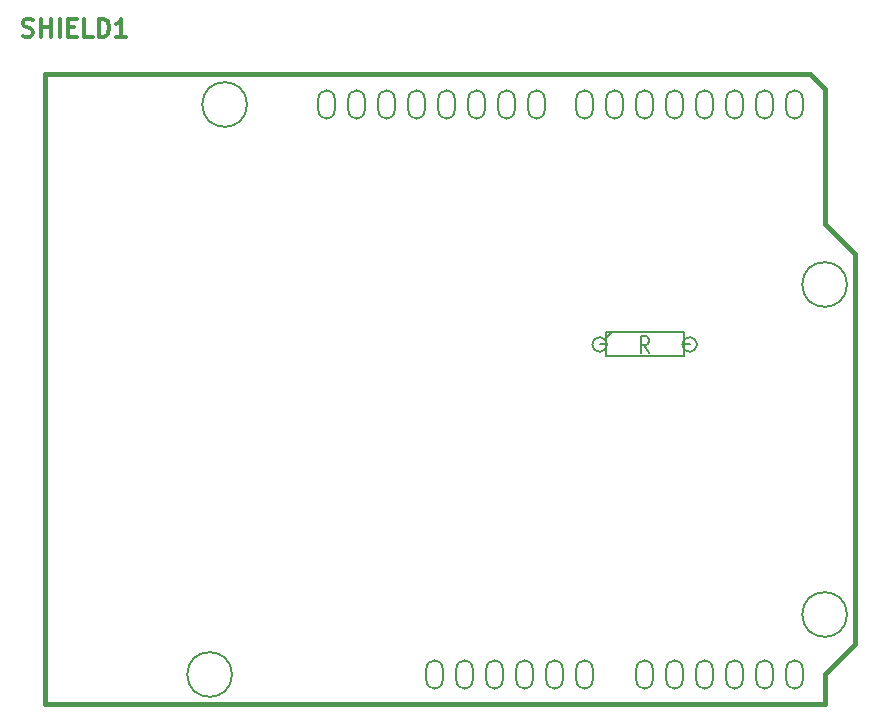
<source format=gto>
G04 (created by PCBNEW (2013-may-18)-stable) date sam. 15 mars 2014 03:05:03 CET*
%MOIN*%
G04 Gerber Fmt 3.4, Leading zero omitted, Abs format*
%FSLAX34Y34*%
G01*
G70*
G90*
G04 APERTURE LIST*
%ADD10C,0.00590551*%
%ADD11C,0.015*%
%ADD12C,0.008*%
%ADD13C,0.012*%
G04 APERTURE END LIST*
G54D10*
G54D11*
X85000Y-58500D02*
X85000Y-54000D01*
X85000Y-54000D02*
X84500Y-53500D01*
X84500Y-53500D02*
X59000Y-53500D01*
X85000Y-74500D02*
X59000Y-74500D01*
X59000Y-74500D02*
X59000Y-53500D01*
X85000Y-58500D02*
X86000Y-59500D01*
X86000Y-59500D02*
X86000Y-72500D01*
X86000Y-72500D02*
X85000Y-73500D01*
X85000Y-73500D02*
X85000Y-74500D01*
G54D12*
X77500Y-62500D02*
X77700Y-62500D01*
X80500Y-62500D02*
X80300Y-62500D01*
X80300Y-62500D02*
X80300Y-62100D01*
X80300Y-62100D02*
X77700Y-62100D01*
X77700Y-62100D02*
X77700Y-62900D01*
X77700Y-62900D02*
X80300Y-62900D01*
X80300Y-62900D02*
X80300Y-62500D01*
X77700Y-62300D02*
X77900Y-62100D01*
G54D10*
X84270Y-73700D02*
X84270Y-73300D01*
X83729Y-73700D02*
X83729Y-73300D01*
X84270Y-73300D02*
G75*
G03X83729Y-73300I-270J0D01*
G74*
G01*
X83729Y-73700D02*
G75*
G03X84270Y-73700I270J0D01*
G74*
G01*
X83270Y-73700D02*
X83270Y-73300D01*
X82729Y-73700D02*
X82729Y-73300D01*
X83270Y-73300D02*
G75*
G03X82729Y-73300I-270J0D01*
G74*
G01*
X82729Y-73700D02*
G75*
G03X83270Y-73700I270J0D01*
G74*
G01*
X82270Y-73700D02*
X82270Y-73300D01*
X81729Y-73700D02*
X81729Y-73300D01*
X82270Y-73300D02*
G75*
G03X81729Y-73300I-270J0D01*
G74*
G01*
X81729Y-73700D02*
G75*
G03X82270Y-73700I270J0D01*
G74*
G01*
X79270Y-73700D02*
X79270Y-73300D01*
X78729Y-73700D02*
X78729Y-73300D01*
X79270Y-73300D02*
G75*
G03X78729Y-73300I-270J0D01*
G74*
G01*
X78729Y-73700D02*
G75*
G03X79270Y-73700I270J0D01*
G74*
G01*
X80270Y-73700D02*
X80270Y-73300D01*
X79729Y-73700D02*
X79729Y-73300D01*
X80270Y-73300D02*
G75*
G03X79729Y-73300I-270J0D01*
G74*
G01*
X79729Y-73700D02*
G75*
G03X80270Y-73700I270J0D01*
G74*
G01*
X81270Y-73700D02*
X81270Y-73300D01*
X80729Y-73700D02*
X80729Y-73300D01*
X81270Y-73300D02*
G75*
G03X80729Y-73300I-270J0D01*
G74*
G01*
X80729Y-73700D02*
G75*
G03X81270Y-73700I270J0D01*
G74*
G01*
X77270Y-73700D02*
X77270Y-73300D01*
X76729Y-73700D02*
X76729Y-73300D01*
X77270Y-73300D02*
G75*
G03X76729Y-73300I-270J0D01*
G74*
G01*
X76729Y-73700D02*
G75*
G03X77270Y-73700I270J0D01*
G74*
G01*
X76270Y-73700D02*
X76270Y-73300D01*
X75729Y-73700D02*
X75729Y-73300D01*
X76270Y-73300D02*
G75*
G03X75729Y-73300I-270J0D01*
G74*
G01*
X75729Y-73700D02*
G75*
G03X76270Y-73700I270J0D01*
G74*
G01*
X75270Y-73700D02*
X75270Y-73300D01*
X74729Y-73700D02*
X74729Y-73300D01*
X75270Y-73300D02*
G75*
G03X74729Y-73300I-270J0D01*
G74*
G01*
X74729Y-73700D02*
G75*
G03X75270Y-73700I270J0D01*
G74*
G01*
X73270Y-73700D02*
X73270Y-73300D01*
X72729Y-73700D02*
X72729Y-73300D01*
X73270Y-73300D02*
G75*
G03X72729Y-73300I-270J0D01*
G74*
G01*
X72729Y-73700D02*
G75*
G03X73270Y-73700I270J0D01*
G74*
G01*
X72270Y-73700D02*
X72270Y-73300D01*
X71729Y-73700D02*
X71729Y-73300D01*
X72270Y-73300D02*
G75*
G03X71729Y-73300I-270J0D01*
G74*
G01*
X71729Y-73700D02*
G75*
G03X72270Y-73700I270J0D01*
G74*
G01*
X84270Y-54700D02*
X84270Y-54300D01*
X83729Y-54700D02*
X83729Y-54300D01*
X84270Y-54300D02*
G75*
G03X83729Y-54300I-270J0D01*
G74*
G01*
X83729Y-54700D02*
G75*
G03X84270Y-54700I270J0D01*
G74*
G01*
X83270Y-54700D02*
X83270Y-54300D01*
X82729Y-54700D02*
X82729Y-54300D01*
X83270Y-54300D02*
G75*
G03X82729Y-54300I-270J0D01*
G74*
G01*
X82729Y-54700D02*
G75*
G03X83270Y-54700I270J0D01*
G74*
G01*
X82270Y-54700D02*
X82270Y-54300D01*
X81729Y-54700D02*
X81729Y-54300D01*
X82270Y-54300D02*
G75*
G03X81729Y-54300I-270J0D01*
G74*
G01*
X81729Y-54700D02*
G75*
G03X82270Y-54700I270J0D01*
G74*
G01*
X81270Y-54700D02*
X81270Y-54300D01*
X80729Y-54700D02*
X80729Y-54300D01*
X81270Y-54300D02*
G75*
G03X80729Y-54300I-270J0D01*
G74*
G01*
X80729Y-54700D02*
G75*
G03X81270Y-54700I270J0D01*
G74*
G01*
X80270Y-54700D02*
X80270Y-54300D01*
X79729Y-54700D02*
X79729Y-54300D01*
X80270Y-54300D02*
G75*
G03X79729Y-54300I-270J0D01*
G74*
G01*
X79729Y-54700D02*
G75*
G03X80270Y-54700I270J0D01*
G74*
G01*
X79270Y-54700D02*
X79270Y-54300D01*
X78729Y-54700D02*
X78729Y-54300D01*
X79270Y-54300D02*
G75*
G03X78729Y-54300I-270J0D01*
G74*
G01*
X78729Y-54700D02*
G75*
G03X79270Y-54700I270J0D01*
G74*
G01*
X78270Y-54700D02*
X78270Y-54300D01*
X77729Y-54700D02*
X77729Y-54300D01*
X78270Y-54300D02*
G75*
G03X77729Y-54300I-270J0D01*
G74*
G01*
X77729Y-54700D02*
G75*
G03X78270Y-54700I270J0D01*
G74*
G01*
X77270Y-54700D02*
X77270Y-54300D01*
X76729Y-54700D02*
X76729Y-54300D01*
X77270Y-54300D02*
G75*
G03X76729Y-54300I-270J0D01*
G74*
G01*
X76729Y-54700D02*
G75*
G03X77270Y-54700I270J0D01*
G74*
G01*
X75670Y-54700D02*
X75670Y-54300D01*
X75129Y-54700D02*
X75129Y-54300D01*
X75670Y-54300D02*
G75*
G03X75129Y-54300I-270J0D01*
G74*
G01*
X75129Y-54700D02*
G75*
G03X75670Y-54700I270J0D01*
G74*
G01*
X74670Y-54700D02*
X74670Y-54300D01*
X74129Y-54700D02*
X74129Y-54300D01*
X74670Y-54300D02*
G75*
G03X74129Y-54300I-270J0D01*
G74*
G01*
X74129Y-54700D02*
G75*
G03X74670Y-54700I270J0D01*
G74*
G01*
X73670Y-54700D02*
X73670Y-54300D01*
X73129Y-54700D02*
X73129Y-54300D01*
X73670Y-54300D02*
G75*
G03X73129Y-54300I-270J0D01*
G74*
G01*
X73129Y-54700D02*
G75*
G03X73670Y-54700I270J0D01*
G74*
G01*
X72670Y-54700D02*
X72670Y-54300D01*
X72129Y-54700D02*
X72129Y-54300D01*
X72670Y-54300D02*
G75*
G03X72129Y-54300I-270J0D01*
G74*
G01*
X72129Y-54700D02*
G75*
G03X72670Y-54700I270J0D01*
G74*
G01*
X71670Y-54700D02*
X71670Y-54300D01*
X71129Y-54700D02*
X71129Y-54300D01*
X71670Y-54300D02*
G75*
G03X71129Y-54300I-270J0D01*
G74*
G01*
X71129Y-54700D02*
G75*
G03X71670Y-54700I270J0D01*
G74*
G01*
X70670Y-54700D02*
X70670Y-54300D01*
X70129Y-54700D02*
X70129Y-54300D01*
X70670Y-54300D02*
G75*
G03X70129Y-54300I-270J0D01*
G74*
G01*
X70129Y-54700D02*
G75*
G03X70670Y-54700I270J0D01*
G74*
G01*
X69670Y-54700D02*
X69670Y-54300D01*
X69129Y-54700D02*
X69129Y-54300D01*
X69670Y-54300D02*
G75*
G03X69129Y-54300I-270J0D01*
G74*
G01*
X69129Y-54700D02*
G75*
G03X69670Y-54700I270J0D01*
G74*
G01*
X68670Y-54700D02*
X68670Y-54300D01*
X68129Y-54700D02*
X68129Y-54300D01*
X68670Y-54300D02*
G75*
G03X68129Y-54300I-270J0D01*
G74*
G01*
X68129Y-54700D02*
G75*
G03X68670Y-54700I270J0D01*
G74*
G01*
X74270Y-73700D02*
X74270Y-73300D01*
X73729Y-73700D02*
X73729Y-73300D01*
X74270Y-73300D02*
G75*
G03X73729Y-73300I-270J0D01*
G74*
G01*
X73729Y-73700D02*
G75*
G03X74270Y-73700I270J0D01*
G74*
G01*
X85745Y-71500D02*
G75*
G03X85745Y-71500I-745J0D01*
G74*
G01*
X85745Y-60500D02*
G75*
G03X85745Y-60500I-745J0D01*
G74*
G01*
X65745Y-54500D02*
G75*
G03X65745Y-54500I-745J0D01*
G74*
G01*
X65245Y-73500D02*
G75*
G03X65245Y-73500I-745J0D01*
G74*
G01*
X77745Y-62500D02*
G75*
G03X77745Y-62500I-245J0D01*
G74*
G01*
X80745Y-62500D02*
G75*
G03X80745Y-62500I-245J0D01*
G74*
G01*
G54D13*
X58271Y-52214D02*
X58357Y-52242D01*
X58500Y-52242D01*
X58557Y-52214D01*
X58585Y-52185D01*
X58614Y-52128D01*
X58614Y-52071D01*
X58585Y-52014D01*
X58557Y-51985D01*
X58500Y-51957D01*
X58385Y-51928D01*
X58328Y-51900D01*
X58300Y-51871D01*
X58271Y-51814D01*
X58271Y-51757D01*
X58300Y-51700D01*
X58328Y-51671D01*
X58385Y-51642D01*
X58528Y-51642D01*
X58614Y-51671D01*
X58871Y-52242D02*
X58871Y-51642D01*
X58871Y-51928D02*
X59214Y-51928D01*
X59214Y-52242D02*
X59214Y-51642D01*
X59500Y-52242D02*
X59500Y-51642D01*
X59785Y-51928D02*
X59985Y-51928D01*
X60071Y-52242D02*
X59785Y-52242D01*
X59785Y-51642D01*
X60071Y-51642D01*
X60614Y-52242D02*
X60328Y-52242D01*
X60328Y-51642D01*
X60814Y-52242D02*
X60814Y-51642D01*
X60957Y-51642D01*
X61042Y-51671D01*
X61099Y-51728D01*
X61128Y-51785D01*
X61157Y-51900D01*
X61157Y-51985D01*
X61128Y-52100D01*
X61099Y-52157D01*
X61042Y-52214D01*
X60957Y-52242D01*
X60814Y-52242D01*
X61728Y-52242D02*
X61385Y-52242D01*
X61557Y-52242D02*
X61557Y-51642D01*
X61499Y-51728D01*
X61442Y-51785D01*
X61385Y-51814D01*
G54D12*
X79154Y-62772D02*
X78988Y-62510D01*
X78869Y-62772D02*
X78869Y-62222D01*
X79059Y-62222D01*
X79107Y-62248D01*
X79130Y-62275D01*
X79154Y-62327D01*
X79154Y-62405D01*
X79130Y-62458D01*
X79107Y-62484D01*
X79059Y-62510D01*
X78869Y-62510D01*
M02*

</source>
